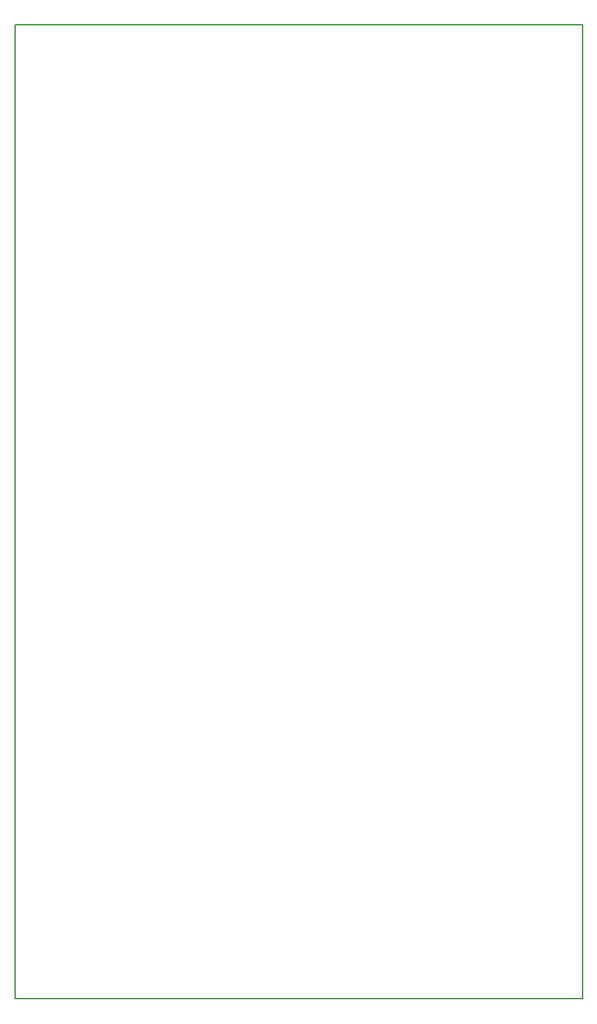
<source format=gm1>
G04 #@! TF.GenerationSoftware,KiCad,Pcbnew,8.0.4*
G04 #@! TF.CreationDate,2024-11-14T12:53:51+07:00*
G04 #@! TF.ProjectId,Ver04,56657230-342e-46b6-9963-61645f706362,rev?*
G04 #@! TF.SameCoordinates,Original*
G04 #@! TF.FileFunction,Profile,NP*
%FSLAX46Y46*%
G04 Gerber Fmt 4.6, Leading zero omitted, Abs format (unit mm)*
G04 Created by KiCad (PCBNEW 8.0.4) date 2024-11-14 12:53:51*
%MOMM*%
%LPD*%
G01*
G04 APERTURE LIST*
G04 #@! TA.AperFunction,Profile*
%ADD10C,0.200000*%
G04 #@! TD*
G04 APERTURE END LIST*
D10*
X40000000Y-35000000D02*
X110000000Y-35000000D01*
X110000000Y-155000000D01*
X40000000Y-155000000D01*
X40000000Y-35000000D01*
M02*

</source>
